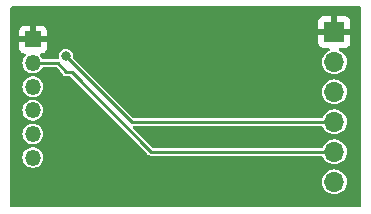
<source format=gbr>
%TF.GenerationSoftware,KiCad,Pcbnew,7.0.6-1.fc38*%
%TF.CreationDate,2023-08-14T18:07:59+02:00*%
%TF.ProjectId,ESP12F_PROGRAMMER,45535031-3246-45f5-9052-4f4752414d4d,rev?*%
%TF.SameCoordinates,Original*%
%TF.FileFunction,Copper,L2,Bot*%
%TF.FilePolarity,Positive*%
%FSLAX46Y46*%
G04 Gerber Fmt 4.6, Leading zero omitted, Abs format (unit mm)*
G04 Created by KiCad (PCBNEW 7.0.6-1.fc38) date 2023-08-14 18:07:59*
%MOMM*%
%LPD*%
G01*
G04 APERTURE LIST*
%TA.AperFunction,ComponentPad*%
%ADD10R,1.700000X1.700000*%
%TD*%
%TA.AperFunction,ComponentPad*%
%ADD11O,1.700000X1.700000*%
%TD*%
%TA.AperFunction,ComponentPad*%
%ADD12R,1.350000X1.350000*%
%TD*%
%TA.AperFunction,ComponentPad*%
%ADD13O,1.350000X1.350000*%
%TD*%
%TA.AperFunction,ViaPad*%
%ADD14C,0.800000*%
%TD*%
%TA.AperFunction,Conductor*%
%ADD15C,0.250000*%
%TD*%
G04 APERTURE END LIST*
D10*
%TO.P,J2,1,Pin_1*%
%TO.N,GND*%
X140843000Y-91440000D03*
D11*
%TO.P,J2,2,Pin_2*%
%TO.N,CTS*%
X140843000Y-93980000D03*
%TO.P,J2,3,Pin_3*%
%TO.N,5V*%
X140843000Y-96520000D03*
%TO.P,J2,4,Pin_4*%
%TO.N,TXD*%
X140843000Y-99060000D03*
%TO.P,J2,5,Pin_5*%
%TO.N,RXD*%
X140843000Y-101600000D03*
%TO.P,J2,6,Pin_6*%
%TO.N,DTR*%
X140843000Y-104140000D03*
%TD*%
D12*
%TO.P,J1,1,Pin_1*%
%TO.N,GND*%
X115316000Y-92075000D03*
D13*
%TO.P,J1,2,Pin_2*%
%TO.N,RXD*%
X115316000Y-94075000D03*
%TO.P,J1,3,Pin_3*%
%TO.N,TXD*%
X115316000Y-96075000D03*
%TO.P,J1,4,Pin_4*%
%TO.N,PRG*%
X115316000Y-98075000D03*
%TO.P,J1,5,Pin_5*%
%TO.N,RST*%
X115316000Y-100075000D03*
%TO.P,J1,6,Pin_6*%
%TO.N,3V3*%
X115316000Y-102075000D03*
%TD*%
D14*
%TO.N,GND*%
X131191000Y-95123000D03*
X137414000Y-95123000D03*
X126111000Y-90551000D03*
X133985000Y-102362000D03*
%TO.N,TXD*%
X118110000Y-93472000D03*
%TD*%
D15*
%TO.N,GND*%
X126111000Y-90551000D02*
X126238000Y-90551000D01*
X131318000Y-95123000D02*
X131318000Y-95123000D01*
X137414000Y-94869000D02*
X137414000Y-95123000D01*
%TO.N,RXD*%
X117443000Y-94075000D02*
X118110000Y-94869000D01*
X115316000Y-94075000D02*
X117443000Y-94075000D01*
X140843000Y-101600000D02*
X125349000Y-101600000D01*
X118618000Y-94869000D02*
X118110000Y-94869000D01*
X125349000Y-101600000D02*
X118618000Y-94869000D01*
%TO.N,TXD*%
X123698000Y-99060000D02*
X118110000Y-93472000D01*
X140843000Y-99060000D02*
X123698000Y-99060000D01*
%TD*%
%TA.AperFunction,Conductor*%
%TO.N,GND*%
G36*
X143071539Y-89301185D02*
G01*
X143117294Y-89353989D01*
X143128500Y-89405500D01*
X143128500Y-106174500D01*
X143108815Y-106241539D01*
X143056011Y-106287294D01*
X143004500Y-106298500D01*
X113535500Y-106298500D01*
X113468461Y-106278815D01*
X113422706Y-106226011D01*
X113411500Y-106174500D01*
X113411500Y-104140000D01*
X139787417Y-104140000D01*
X139807699Y-104345932D01*
X139807700Y-104345934D01*
X139867768Y-104543954D01*
X139965315Y-104726450D01*
X139965317Y-104726452D01*
X140096589Y-104886410D01*
X140193209Y-104965702D01*
X140256550Y-105017685D01*
X140439046Y-105115232D01*
X140637066Y-105175300D01*
X140637065Y-105175300D01*
X140657347Y-105177297D01*
X140843000Y-105195583D01*
X141048934Y-105175300D01*
X141246954Y-105115232D01*
X141429450Y-105017685D01*
X141589410Y-104886410D01*
X141720685Y-104726450D01*
X141818232Y-104543954D01*
X141878300Y-104345934D01*
X141898583Y-104140000D01*
X141878300Y-103934066D01*
X141818232Y-103736046D01*
X141720685Y-103553550D01*
X141668702Y-103490209D01*
X141589410Y-103393589D01*
X141429452Y-103262317D01*
X141429453Y-103262317D01*
X141429450Y-103262315D01*
X141246954Y-103164768D01*
X141048934Y-103104700D01*
X141048932Y-103104699D01*
X141048934Y-103104699D01*
X140843000Y-103084417D01*
X140637067Y-103104699D01*
X140439043Y-103164769D01*
X140328898Y-103223643D01*
X140256550Y-103262315D01*
X140256548Y-103262316D01*
X140256547Y-103262317D01*
X140096589Y-103393589D01*
X139965317Y-103553547D01*
X139867769Y-103736043D01*
X139807699Y-103934067D01*
X139787417Y-104140000D01*
X113411500Y-104140000D01*
X113411500Y-102075000D01*
X114435678Y-102075000D01*
X114454915Y-102258029D01*
X114454916Y-102258032D01*
X114511783Y-102433053D01*
X114511786Y-102433059D01*
X114603805Y-102592440D01*
X114660658Y-102655582D01*
X114726949Y-102729206D01*
X114726951Y-102729208D01*
X114875834Y-102837378D01*
X114875835Y-102837378D01*
X114875839Y-102837381D01*
X115012953Y-102898428D01*
X115043961Y-102912234D01*
X115043966Y-102912236D01*
X115223981Y-102950500D01*
X115408019Y-102950500D01*
X115588034Y-102912236D01*
X115756161Y-102837381D01*
X115905050Y-102729207D01*
X116028195Y-102592440D01*
X116120214Y-102433059D01*
X116177085Y-102258029D01*
X116196322Y-102075000D01*
X116177085Y-101891971D01*
X116120214Y-101716941D01*
X116028195Y-101557560D01*
X115905050Y-101420793D01*
X115905048Y-101420791D01*
X115756165Y-101312621D01*
X115756162Y-101312619D01*
X115756161Y-101312619D01*
X115695112Y-101285438D01*
X115588038Y-101237765D01*
X115588033Y-101237763D01*
X115408019Y-101199500D01*
X115223981Y-101199500D01*
X115043966Y-101237763D01*
X115043961Y-101237765D01*
X114875839Y-101312619D01*
X114875834Y-101312621D01*
X114726951Y-101420791D01*
X114726949Y-101420793D01*
X114603804Y-101557561D01*
X114511786Y-101716940D01*
X114511783Y-101716946D01*
X114460498Y-101874787D01*
X114454915Y-101891971D01*
X114435678Y-102075000D01*
X113411500Y-102075000D01*
X113411500Y-100075000D01*
X114435678Y-100075000D01*
X114454915Y-100258029D01*
X114454916Y-100258032D01*
X114511783Y-100433053D01*
X114511786Y-100433059D01*
X114603805Y-100592440D01*
X114713327Y-100714077D01*
X114726949Y-100729206D01*
X114726951Y-100729208D01*
X114875834Y-100837378D01*
X114875835Y-100837378D01*
X114875839Y-100837381D01*
X115012953Y-100898428D01*
X115043961Y-100912234D01*
X115043966Y-100912236D01*
X115223981Y-100950500D01*
X115408019Y-100950500D01*
X115588034Y-100912236D01*
X115756161Y-100837381D01*
X115905050Y-100729207D01*
X116028195Y-100592440D01*
X116120214Y-100433059D01*
X116177085Y-100258029D01*
X116196322Y-100075000D01*
X116177085Y-99891971D01*
X116120214Y-99716941D01*
X116028195Y-99557560D01*
X115905050Y-99420793D01*
X115905048Y-99420791D01*
X115756165Y-99312621D01*
X115756162Y-99312619D01*
X115756161Y-99312619D01*
X115695112Y-99285438D01*
X115588038Y-99237765D01*
X115588033Y-99237763D01*
X115408019Y-99199500D01*
X115223981Y-99199500D01*
X115043966Y-99237763D01*
X115043961Y-99237765D01*
X114875839Y-99312619D01*
X114875834Y-99312621D01*
X114726951Y-99420791D01*
X114726949Y-99420793D01*
X114603804Y-99557561D01*
X114511786Y-99716940D01*
X114511783Y-99716946D01*
X114454916Y-99891967D01*
X114454915Y-99891971D01*
X114435678Y-100075000D01*
X113411500Y-100075000D01*
X113411500Y-98075000D01*
X114435678Y-98075000D01*
X114454915Y-98258029D01*
X114454916Y-98258032D01*
X114511783Y-98433053D01*
X114511786Y-98433059D01*
X114603805Y-98592440D01*
X114665914Y-98661419D01*
X114726949Y-98729206D01*
X114726951Y-98729208D01*
X114875834Y-98837378D01*
X114875835Y-98837378D01*
X114875839Y-98837381D01*
X115012953Y-98898428D01*
X115043961Y-98912234D01*
X115043966Y-98912236D01*
X115223981Y-98950500D01*
X115408019Y-98950500D01*
X115588034Y-98912236D01*
X115756161Y-98837381D01*
X115905050Y-98729207D01*
X116028195Y-98592440D01*
X116120214Y-98433059D01*
X116177085Y-98258029D01*
X116196322Y-98075000D01*
X116177085Y-97891971D01*
X116120214Y-97716941D01*
X116028195Y-97557560D01*
X115905050Y-97420793D01*
X115905048Y-97420791D01*
X115756165Y-97312621D01*
X115756162Y-97312619D01*
X115756161Y-97312619D01*
X115695112Y-97285438D01*
X115588038Y-97237765D01*
X115588033Y-97237763D01*
X115408019Y-97199500D01*
X115223981Y-97199500D01*
X115043966Y-97237763D01*
X115043961Y-97237765D01*
X114875839Y-97312619D01*
X114875834Y-97312621D01*
X114726951Y-97420791D01*
X114726949Y-97420793D01*
X114603804Y-97557561D01*
X114511786Y-97716940D01*
X114511783Y-97716946D01*
X114454916Y-97891967D01*
X114454915Y-97891971D01*
X114435678Y-98075000D01*
X113411500Y-98075000D01*
X113411500Y-96075000D01*
X114435678Y-96075000D01*
X114454915Y-96258029D01*
X114454916Y-96258032D01*
X114511783Y-96433053D01*
X114511786Y-96433059D01*
X114603805Y-96592440D01*
X114713327Y-96714077D01*
X114726949Y-96729206D01*
X114726951Y-96729208D01*
X114875834Y-96837378D01*
X114875835Y-96837378D01*
X114875839Y-96837381D01*
X115012953Y-96898428D01*
X115043961Y-96912234D01*
X115043966Y-96912236D01*
X115223981Y-96950500D01*
X115408019Y-96950500D01*
X115588034Y-96912236D01*
X115756161Y-96837381D01*
X115905050Y-96729207D01*
X116028195Y-96592440D01*
X116120214Y-96433059D01*
X116177085Y-96258029D01*
X116196322Y-96075000D01*
X116177085Y-95891971D01*
X116140061Y-95778023D01*
X116120216Y-95716946D01*
X116120213Y-95716940D01*
X116028195Y-95557560D01*
X115905050Y-95420793D01*
X115905048Y-95420791D01*
X115756165Y-95312621D01*
X115756162Y-95312619D01*
X115756161Y-95312619D01*
X115695112Y-95285438D01*
X115588038Y-95237765D01*
X115588033Y-95237763D01*
X115408019Y-95199500D01*
X115223981Y-95199500D01*
X115043966Y-95237763D01*
X115043961Y-95237765D01*
X114875839Y-95312619D01*
X114875834Y-95312621D01*
X114726951Y-95420791D01*
X114726949Y-95420793D01*
X114603804Y-95557561D01*
X114511786Y-95716940D01*
X114511783Y-95716946D01*
X114454916Y-95891967D01*
X114454915Y-95891971D01*
X114435678Y-96075000D01*
X113411500Y-96075000D01*
X113411500Y-92797844D01*
X114141000Y-92797844D01*
X114147401Y-92857372D01*
X114147403Y-92857379D01*
X114197645Y-92992086D01*
X114197649Y-92992093D01*
X114283809Y-93107187D01*
X114283812Y-93107190D01*
X114398906Y-93193350D01*
X114398913Y-93193354D01*
X114533620Y-93243596D01*
X114533627Y-93243598D01*
X114593155Y-93249999D01*
X114593172Y-93250000D01*
X114602224Y-93250000D01*
X114669263Y-93269685D01*
X114715018Y-93322489D01*
X114724962Y-93391647D01*
X114695937Y-93455203D01*
X114694374Y-93456972D01*
X114603804Y-93557561D01*
X114511786Y-93716940D01*
X114511783Y-93716946D01*
X114454916Y-93891967D01*
X114454915Y-93891971D01*
X114435678Y-94075000D01*
X114454915Y-94258029D01*
X114454916Y-94258032D01*
X114511783Y-94433053D01*
X114511786Y-94433059D01*
X114603805Y-94592440D01*
X114713327Y-94714077D01*
X114726949Y-94729206D01*
X114726951Y-94729208D01*
X114875834Y-94837378D01*
X114875835Y-94837378D01*
X114875839Y-94837381D01*
X115012953Y-94898428D01*
X115043961Y-94912234D01*
X115043966Y-94912236D01*
X115223981Y-94950500D01*
X115408019Y-94950500D01*
X115588034Y-94912236D01*
X115756161Y-94837381D01*
X115905050Y-94729207D01*
X116028195Y-94592440D01*
X116103216Y-94462499D01*
X116153783Y-94414284D01*
X116210603Y-94400500D01*
X117233548Y-94400500D01*
X117300587Y-94420185D01*
X117328491Y-94444739D01*
X117860546Y-95078100D01*
X117897545Y-95122194D01*
X117909588Y-95129147D01*
X117913305Y-95131293D01*
X117930955Y-95143644D01*
X117944900Y-95155332D01*
X117961766Y-95161460D01*
X117981411Y-95170614D01*
X117996955Y-95179588D01*
X118014871Y-95182746D01*
X118035687Y-95188318D01*
X118052787Y-95194532D01*
X118110181Y-95194500D01*
X118431812Y-95194500D01*
X118498851Y-95214185D01*
X118519493Y-95230819D01*
X125106868Y-101818195D01*
X125110523Y-101822184D01*
X125136541Y-101853190D01*
X125136542Y-101853191D01*
X125136545Y-101853194D01*
X125165387Y-101869845D01*
X125171604Y-101873435D01*
X125176154Y-101876333D01*
X125209316Y-101899553D01*
X125209318Y-101899553D01*
X125209319Y-101899554D01*
X125214168Y-101901815D01*
X125230947Y-101908765D01*
X125235952Y-101910587D01*
X125235953Y-101910587D01*
X125235955Y-101910588D01*
X125275829Y-101917618D01*
X125281092Y-101918786D01*
X125292907Y-101921951D01*
X125320193Y-101929263D01*
X125360510Y-101925735D01*
X125365912Y-101925500D01*
X139752417Y-101925500D01*
X139819456Y-101945185D01*
X139865211Y-101997989D01*
X139866979Y-102002049D01*
X139867768Y-102003954D01*
X139965315Y-102186450D01*
X139965317Y-102186452D01*
X140096589Y-102346410D01*
X140193209Y-102425702D01*
X140256550Y-102477685D01*
X140439046Y-102575232D01*
X140637066Y-102635300D01*
X140637065Y-102635300D01*
X140657347Y-102637297D01*
X140843000Y-102655583D01*
X141048934Y-102635300D01*
X141246954Y-102575232D01*
X141429450Y-102477685D01*
X141589410Y-102346410D01*
X141720685Y-102186450D01*
X141818232Y-102003954D01*
X141878300Y-101805934D01*
X141898583Y-101600000D01*
X141878300Y-101394066D01*
X141818232Y-101196046D01*
X141720685Y-101013550D01*
X141668702Y-100950209D01*
X141589410Y-100853589D01*
X141437848Y-100729207D01*
X141429450Y-100722315D01*
X141246954Y-100624768D01*
X141048934Y-100564700D01*
X141048932Y-100564699D01*
X141048934Y-100564699D01*
X140861463Y-100546235D01*
X140843000Y-100544417D01*
X140842999Y-100544417D01*
X140637067Y-100564699D01*
X140439043Y-100624769D01*
X140328898Y-100683643D01*
X140256550Y-100722315D01*
X140256548Y-100722316D01*
X140256547Y-100722317D01*
X140096589Y-100853589D01*
X139965317Y-101013547D01*
X139867768Y-101196045D01*
X139866979Y-101197951D01*
X139866298Y-101198796D01*
X139864896Y-101201419D01*
X139864398Y-101201153D01*
X139823138Y-101252355D01*
X139756844Y-101274421D01*
X139752417Y-101274500D01*
X125535189Y-101274500D01*
X125468150Y-101254815D01*
X125447508Y-101238181D01*
X123806508Y-99597181D01*
X123773023Y-99535858D01*
X123778007Y-99466166D01*
X123819879Y-99410233D01*
X123885343Y-99385816D01*
X123894189Y-99385500D01*
X139752417Y-99385500D01*
X139819456Y-99405185D01*
X139865211Y-99457989D01*
X139866979Y-99462049D01*
X139867768Y-99463954D01*
X139965315Y-99646450D01*
X139965317Y-99646452D01*
X140096589Y-99806410D01*
X140193209Y-99885702D01*
X140256550Y-99937685D01*
X140439046Y-100035232D01*
X140637066Y-100095300D01*
X140637065Y-100095300D01*
X140657347Y-100097297D01*
X140843000Y-100115583D01*
X141048934Y-100095300D01*
X141246954Y-100035232D01*
X141429450Y-99937685D01*
X141589410Y-99806410D01*
X141720685Y-99646450D01*
X141818232Y-99463954D01*
X141878300Y-99265934D01*
X141898583Y-99060000D01*
X141878300Y-98854066D01*
X141818232Y-98656046D01*
X141720685Y-98473550D01*
X141668702Y-98410209D01*
X141589410Y-98313589D01*
X141429452Y-98182317D01*
X141429453Y-98182317D01*
X141429450Y-98182315D01*
X141246954Y-98084768D01*
X141048934Y-98024700D01*
X141048932Y-98024699D01*
X141048934Y-98024699D01*
X140861463Y-98006235D01*
X140843000Y-98004417D01*
X140842999Y-98004417D01*
X140637067Y-98024699D01*
X140439043Y-98084769D01*
X140328898Y-98143643D01*
X140256550Y-98182315D01*
X140256548Y-98182316D01*
X140256547Y-98182317D01*
X140096589Y-98313589D01*
X139965317Y-98473547D01*
X139867768Y-98656045D01*
X139866979Y-98657951D01*
X139866298Y-98658796D01*
X139864896Y-98661419D01*
X139864398Y-98661153D01*
X139823138Y-98712355D01*
X139756844Y-98734421D01*
X139752417Y-98734500D01*
X123884189Y-98734500D01*
X123817150Y-98714815D01*
X123796508Y-98698181D01*
X121618326Y-96519999D01*
X139787417Y-96519999D01*
X139807699Y-96725932D01*
X139808693Y-96729208D01*
X139867768Y-96923954D01*
X139965315Y-97106450D01*
X139965317Y-97106452D01*
X140096589Y-97266410D01*
X140193209Y-97345702D01*
X140256550Y-97397685D01*
X140439046Y-97495232D01*
X140637066Y-97555300D01*
X140637065Y-97555300D01*
X140655529Y-97557118D01*
X140843000Y-97575583D01*
X141048934Y-97555300D01*
X141246954Y-97495232D01*
X141429450Y-97397685D01*
X141589410Y-97266410D01*
X141720685Y-97106450D01*
X141818232Y-96923954D01*
X141878300Y-96725934D01*
X141898583Y-96520000D01*
X141878300Y-96314066D01*
X141818232Y-96116046D01*
X141720685Y-95933550D01*
X141668702Y-95870209D01*
X141589410Y-95773589D01*
X141429452Y-95642317D01*
X141429453Y-95642317D01*
X141429450Y-95642315D01*
X141246954Y-95544768D01*
X141048934Y-95484700D01*
X141048932Y-95484699D01*
X141048934Y-95484699D01*
X140843000Y-95464417D01*
X140637067Y-95484699D01*
X140439043Y-95544769D01*
X140328898Y-95603643D01*
X140256550Y-95642315D01*
X140256548Y-95642316D01*
X140256547Y-95642317D01*
X140096589Y-95773589D01*
X139965317Y-95933547D01*
X139867769Y-96116043D01*
X139807699Y-96314067D01*
X139787417Y-96519999D01*
X121618326Y-96519999D01*
X118742011Y-93643685D01*
X118708526Y-93582362D01*
X118706753Y-93539818D01*
X118715682Y-93472000D01*
X118715682Y-93471998D01*
X118696282Y-93324645D01*
X118695044Y-93315238D01*
X118634536Y-93169159D01*
X118538282Y-93043718D01*
X118412841Y-92947464D01*
X118406168Y-92944700D01*
X118266762Y-92886956D01*
X118266760Y-92886955D01*
X118110001Y-92866318D01*
X118109999Y-92866318D01*
X117953239Y-92886955D01*
X117953237Y-92886956D01*
X117807160Y-92947463D01*
X117681718Y-93043718D01*
X117585463Y-93169160D01*
X117524956Y-93315237D01*
X117524955Y-93315239D01*
X117514646Y-93393547D01*
X117504318Y-93472000D01*
X117518847Y-93582362D01*
X117522396Y-93609315D01*
X117511631Y-93678350D01*
X117465251Y-93730606D01*
X117399457Y-93749500D01*
X116210603Y-93749500D01*
X116143564Y-93729815D01*
X116103216Y-93687500D01*
X116077919Y-93643685D01*
X116028195Y-93557560D01*
X115937626Y-93456972D01*
X115907396Y-93393980D01*
X115916022Y-93324645D01*
X115960763Y-93270979D01*
X116027416Y-93250022D01*
X116029776Y-93250000D01*
X116038828Y-93250000D01*
X116038844Y-93249999D01*
X116098372Y-93243598D01*
X116098379Y-93243596D01*
X116233086Y-93193354D01*
X116233093Y-93193350D01*
X116348187Y-93107190D01*
X116348190Y-93107187D01*
X116434350Y-92992093D01*
X116434354Y-92992086D01*
X116484596Y-92857379D01*
X116484598Y-92857372D01*
X116490999Y-92797844D01*
X116491000Y-92797827D01*
X116491000Y-92337844D01*
X139493000Y-92337844D01*
X139499401Y-92397372D01*
X139499403Y-92397379D01*
X139549645Y-92532086D01*
X139549649Y-92532093D01*
X139635809Y-92647187D01*
X139635812Y-92647190D01*
X139750906Y-92733350D01*
X139750913Y-92733354D01*
X139885620Y-92783596D01*
X139885627Y-92783598D01*
X139945155Y-92789999D01*
X139945172Y-92790000D01*
X140345813Y-92790000D01*
X140412852Y-92809685D01*
X140458607Y-92862489D01*
X140468551Y-92931647D01*
X140439526Y-92995203D01*
X140404267Y-93023357D01*
X140256550Y-93102315D01*
X140256548Y-93102316D01*
X140256547Y-93102317D01*
X140096589Y-93233589D01*
X139965317Y-93393547D01*
X139965315Y-93393550D01*
X139931415Y-93456972D01*
X139867769Y-93576043D01*
X139807699Y-93774067D01*
X139787417Y-93979999D01*
X139807699Y-94185932D01*
X139829570Y-94258032D01*
X139867768Y-94383954D01*
X139965315Y-94566450D01*
X139965317Y-94566452D01*
X140096589Y-94726410D01*
X140193209Y-94805702D01*
X140256550Y-94857685D01*
X140439046Y-94955232D01*
X140637066Y-95015300D01*
X140637065Y-95015300D01*
X140657347Y-95017297D01*
X140843000Y-95035583D01*
X141048934Y-95015300D01*
X141246954Y-94955232D01*
X141429450Y-94857685D01*
X141589410Y-94726410D01*
X141720685Y-94566450D01*
X141818232Y-94383954D01*
X141878300Y-94185934D01*
X141898583Y-93980000D01*
X141878300Y-93774066D01*
X141818232Y-93576046D01*
X141720685Y-93393550D01*
X141668702Y-93330209D01*
X141589410Y-93233589D01*
X141435390Y-93107190D01*
X141429450Y-93102315D01*
X141281732Y-93023357D01*
X141231889Y-92974395D01*
X141216429Y-92906257D01*
X141240261Y-92840578D01*
X141295819Y-92798209D01*
X141340187Y-92790000D01*
X141740828Y-92790000D01*
X141740844Y-92789999D01*
X141800372Y-92783598D01*
X141800379Y-92783596D01*
X141935086Y-92733354D01*
X141935093Y-92733350D01*
X142050187Y-92647190D01*
X142050190Y-92647187D01*
X142136350Y-92532093D01*
X142136354Y-92532086D01*
X142186596Y-92397379D01*
X142186598Y-92397372D01*
X142192999Y-92337844D01*
X142193000Y-92337827D01*
X142193000Y-91690000D01*
X141276686Y-91690000D01*
X141302493Y-91649844D01*
X141343000Y-91511889D01*
X141343000Y-91368111D01*
X141302493Y-91230156D01*
X141276686Y-91190000D01*
X142193000Y-91190000D01*
X142193000Y-90542172D01*
X142192999Y-90542155D01*
X142186598Y-90482627D01*
X142186596Y-90482620D01*
X142136354Y-90347913D01*
X142136350Y-90347906D01*
X142050190Y-90232812D01*
X142050187Y-90232809D01*
X141935093Y-90146649D01*
X141935086Y-90146645D01*
X141800379Y-90096403D01*
X141800372Y-90096401D01*
X141740844Y-90090000D01*
X141093000Y-90090000D01*
X141093000Y-91004498D01*
X140985315Y-90955320D01*
X140878763Y-90940000D01*
X140807237Y-90940000D01*
X140700685Y-90955320D01*
X140593000Y-91004498D01*
X140593000Y-90090000D01*
X139945155Y-90090000D01*
X139885627Y-90096401D01*
X139885620Y-90096403D01*
X139750913Y-90146645D01*
X139750906Y-90146649D01*
X139635812Y-90232809D01*
X139635809Y-90232812D01*
X139549649Y-90347906D01*
X139549645Y-90347913D01*
X139499403Y-90482620D01*
X139499401Y-90482627D01*
X139493000Y-90542155D01*
X139493000Y-91190000D01*
X140409314Y-91190000D01*
X140383507Y-91230156D01*
X140343000Y-91368111D01*
X140343000Y-91511889D01*
X140383507Y-91649844D01*
X140409314Y-91690000D01*
X139493000Y-91690000D01*
X139493000Y-92337844D01*
X116491000Y-92337844D01*
X116491000Y-92325000D01*
X115631686Y-92325000D01*
X115643641Y-92313045D01*
X115701165Y-92200148D01*
X115720986Y-92075000D01*
X115701165Y-91949852D01*
X115643641Y-91836955D01*
X115631686Y-91825000D01*
X116491000Y-91825000D01*
X116491000Y-91352172D01*
X116490999Y-91352155D01*
X116484598Y-91292627D01*
X116484596Y-91292620D01*
X116434354Y-91157913D01*
X116434350Y-91157906D01*
X116348190Y-91042812D01*
X116348187Y-91042809D01*
X116233093Y-90956649D01*
X116233086Y-90956645D01*
X116098379Y-90906403D01*
X116098372Y-90906401D01*
X116038844Y-90900000D01*
X115566000Y-90900000D01*
X115566000Y-91759313D01*
X115554045Y-91747359D01*
X115441148Y-91689835D01*
X115347481Y-91675000D01*
X115284519Y-91675000D01*
X115190852Y-91689835D01*
X115077955Y-91747359D01*
X115066000Y-91759313D01*
X115066000Y-90900000D01*
X114593155Y-90900000D01*
X114533627Y-90906401D01*
X114533620Y-90906403D01*
X114398913Y-90956645D01*
X114398906Y-90956649D01*
X114283812Y-91042809D01*
X114283809Y-91042812D01*
X114197649Y-91157906D01*
X114197645Y-91157913D01*
X114147403Y-91292620D01*
X114147401Y-91292627D01*
X114141000Y-91352155D01*
X114141000Y-91825000D01*
X115000314Y-91825000D01*
X114988359Y-91836955D01*
X114930835Y-91949852D01*
X114911014Y-92075000D01*
X114930835Y-92200148D01*
X114988359Y-92313045D01*
X115000314Y-92325000D01*
X114141000Y-92325000D01*
X114141000Y-92797844D01*
X113411500Y-92797844D01*
X113411500Y-89405500D01*
X113431185Y-89338461D01*
X113483989Y-89292706D01*
X113535500Y-89281500D01*
X143004500Y-89281500D01*
X143071539Y-89301185D01*
G37*
%TD.AperFunction*%
%TD*%
M02*

</source>
